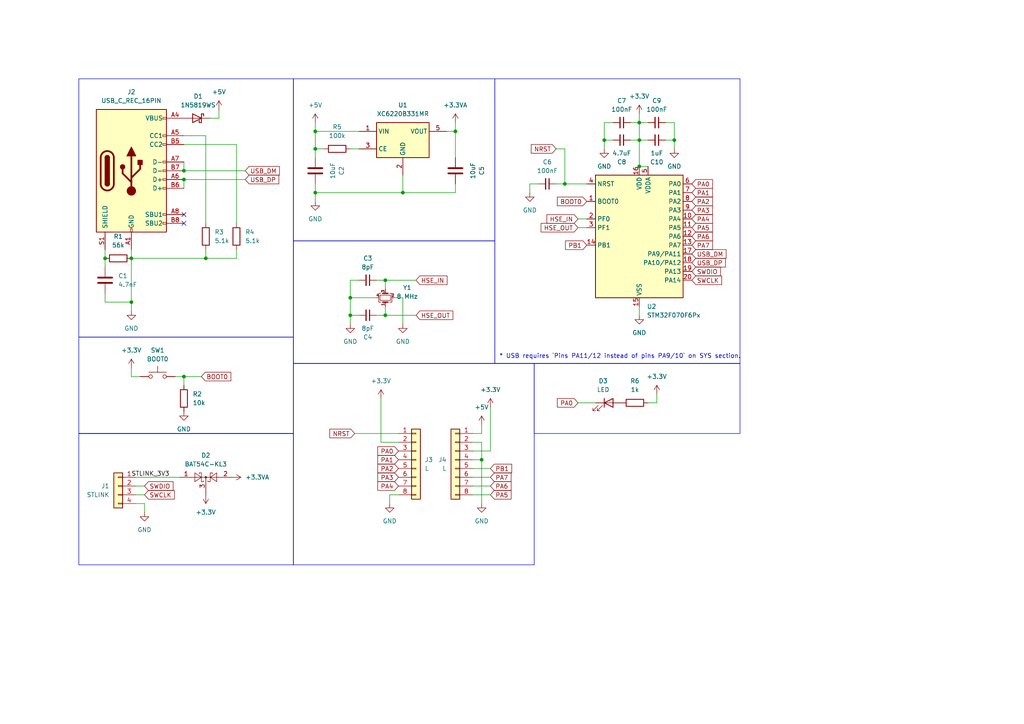
<source format=kicad_sch>
(kicad_sch (version 20230121) (generator eeschema)
  (paper "A4")
  (lib_symbols
    (symbol "Connector:USB_C_Receptacle_USB2.0" (pin_names (offset 1.016))
      (property "Reference" "J" (at -10.16 19.05 0))
      (property "Value" "USB_C_Receptacle_USB2.0" (at 19.05 19.05 0))
      (symbol "USB_C_Receptacle_USB2.0_0_0"
        (rectangle (start -0.254 -17.78) (end 0.254 -16.764))
        (rectangle (start 10.16 -14.986) (end 9.144 -15.494))
        (rectangle (start 10.16 -12.446) (end 9.144 -12.954))
        (rectangle (start 10.16 -4.826) (end 9.144 -5.334))
        (rectangle (start 10.16 -2.286) (end 9.144 -2.794))
        (rectangle (start 10.16 0.254) (end 9.144 -0.254))
        (rectangle (start 10.16 2.794) (end 9.144 2.286))
        (rectangle (start 10.16 7.874) (end 9.144 7.366))
        (rectangle (start 10.16 10.414) (end 9.144 9.906))
        (rectangle (start 10.16 15.494) (end 9.144 14.986))
      )
      (symbol "USB_C_Receptacle_USB2.0_0_1"
        (rectangle (start -10.16 17.78) (end 10.16 -17.78) (stroke (width 0.254)) (fill (type background)))
        (arc (start -8.89 -3.81) (mid -6.985 -5.7067) (end -5.08 -3.81) (stroke (width 0.508)))
        (arc (start -7.62 -3.81) (mid -6.985 -4.4423) (end -6.35 -3.81) (stroke (width 0.254)))
        (arc (start -7.62 -3.81) (mid -6.985 -4.4423) (end -6.35 -3.81) (stroke (width 0.254)) (fill (type outline)))
        (rectangle (start -7.62 -3.81) (end -6.35 3.81) (stroke (width 0.254)) (fill (type outline)))
        (arc (start -6.35 3.81) (mid -6.985 4.4423) (end -7.62 3.81) (stroke (width 0.254)))
        (arc (start -6.35 3.81) (mid -6.985 4.4423) (end -7.62 3.81) (stroke (width 0.254)) (fill (type outline)))
        (arc (start -5.08 3.81) (mid -6.985 5.7067) (end -8.89 3.81) (stroke (width 0.508)))
        (circle (center -2.54 1.143) (radius 0.635) (stroke (width 0.254)) (fill (type outline)))
        (circle (center 0 -5.842) (radius 1.27) (fill (type outline)))
        (polyline (pts (xy -8.89 -3.81) (xy -8.89 3.81)) (stroke (width 0.508)))
        (polyline (pts (xy -5.08 3.81) (xy -5.08 -3.81)) (stroke (width 0.508)))
        (polyline (pts (xy 0 -5.842) (xy 0 4.318)) (stroke (width 0.508)))
        (polyline (pts (xy 0 -3.302) (xy -2.54 -0.762) (xy -2.54 0.508)) (stroke (width 0.508)))
        (polyline (pts (xy 0 -2.032) (xy 2.54 0.508) (xy 2.54 1.778)) (stroke (width 0.508)))
        (polyline (pts (xy -1.27 4.318) (xy 0 6.858) (xy 1.27 4.318) (xy -1.27 4.318)) (stroke (width 0.254)) (fill (type outline)))
        (rectangle (start 1.905 1.778) (end 3.175 3.048) (stroke (width 0.254)) (fill (type outline)))
      )
      (symbol "USB_C_Receptacle_USB2.0_1_1"
        (pin passive line (at 0 -22.86 90) (length 5.08) (name "GND") (number "A1"))
        (pin passive line (at 0 -22.86 90) (length 5.08) hide (name "GND") (number "A12"))
        (pin passive line (at 15.24 15.24 180) (length 5.08) (name "VBUS") (number "A4"))
        (pin bidirectional line (at 15.24 10.16 180) (length 5.08) (name "CC1") (number "A5"))
        (pin bidirectional line (at 15.24 -2.54 180) (length 5.08) (name "D+") (number "A6"))
        (pin bidirectional line (at 15.24 2.54 180) (length 5.08) (name "D-") (number "A7"))
        (pin bidirectional line (at 15.24 -12.7 180) (length 5.08) (name "SBU1") (number "A8"))
        (pin passive line (at 15.24 15.24 180) (length 5.08) hide (name "VBUS") (number "A9"))
        (pin passive line (at 0 -22.86 90) (length 5.08) hide (name "GND") (number "B1"))
        (pin passive line (at 0 -22.86 90) (length 5.08) hide (name "GND") (number "B12"))
        (pin passive line (at 15.24 15.24 180) (length 5.08) hide (name "VBUS") (number "B4"))
        (pin bidirectional line (at 15.24 7.62 180) (length 5.08) (name "CC2") (number "B5"))
        (pin bidirectional line (at 15.24 -5.08 180) (length 5.08) (name "D+") (number "B6"))
        (pin bidirectional line (at 15.24 0 180) (length 5.08) (name "D-") (number "B7"))
        (pin bidirectional line (at 15.24 -15.24 180) (length 5.08) (name "SBU2") (number "B8"))
        (pin passive line (at 15.24 15.24 180) (length 5.08) hide (name "VBUS") (number "B9"))
        (pin passive line (at -7.62 -22.86 90) (length 5.08) (name "SHIELD") (number "S1"))
      )
    )
    (symbol "Connector_Generic:Conn_01x04" (pin_names (offset 1.016) hide)
      (property "Reference" "J" (at 0 5.08 0))
      (property "Value" "Conn_01x04" (at 0 -7.62 0))
      (symbol "Conn_01x04_1_1"
        (rectangle (start -1.27 -4.953) (end 0 -5.207) (stroke (width 0.1524)))
        (rectangle (start -1.27 -2.413) (end 0 -2.667) (stroke (width 0.1524)))
        (rectangle (start -1.27 0.127) (end 0 -0.127) (stroke (width 0.1524)))
        (rectangle (start -1.27 2.667) (end 0 2.413) (stroke (width 0.1524)))
        (rectangle (start -1.27 3.81) (end 1.27 -6.35) (stroke (width 0.254)) (fill (type background)))
        (pin passive line (at -5.08 2.54 0) (length 3.81) (name "Pin_1") (number "1"))
        (pin passive line (at -5.08 0 0) (length 3.81) (name "Pin_2") (number "2"))
        (pin passive line (at -5.08 -2.54 0) (length 3.81) (name "Pin_3") (number "3"))
        (pin passive line (at -5.08 -5.08 0) (length 3.81) (name "Pin_4") (number "4"))
      )
    )
    (symbol "Connector_Generic:Conn_01x08" (pin_names (offset 1.016) hide)
      (property "Reference" "J" (at 0 10.16 0))
      (property "Value" "Conn_01x08" (at 0 -12.7 0))
      (symbol "Conn_01x08_1_1"
        (rectangle (start -1.27 -10.033) (end 0 -10.287) (stroke (width 0.1524)))
        (rectangle (start -1.27 -7.493) (end 0 -7.747) (stroke (width 0.1524)))
        (rectangle (start -1.27 -4.953) (end 0 -5.207) (stroke (width 0.1524)))
        (rectangle (start -1.27 -2.413) (end 0 -2.667) (stroke (width 0.1524)))
        (rectangle (start -1.27 0.127) (end 0 -0.127) (stroke (width 0.1524)))
        (rectangle (start -1.27 2.667) (end 0 2.413) (stroke (width 0.1524)))
        (rectangle (start -1.27 5.207) (end 0 4.953) (stroke (width 0.1524)))
        (rectangle (start -1.27 7.747) (end 0 7.493) (stroke (width 0.1524)))
        (rectangle (start -1.27 8.89) (end 1.27 -11.43) (stroke (width 0.254)) (fill (type background)))
        (pin passive line (at -5.08 7.62 0) (length 3.81) (name "Pin_1") (number "1"))
        (pin passive line (at -5.08 5.08 0) (length 3.81) (name "Pin_2") (number "2"))
        (pin passive line (at -5.08 2.54 0) (length 3.81) (name "Pin_3") (number "3"))
        (pin passive line (at -5.08 0 0) (length 3.81) (name "Pin_4") (number "4"))
        (pin passive line (at -5.08 -2.54 0) (length 3.81) (name "Pin_5") (number "5"))
        (pin passive line (at -5.08 -5.08 0) (length 3.81) (name "Pin_6") (number "6"))
        (pin passive line (at -5.08 -7.62 0) (length 3.81) (name "Pin_7") (number "7"))
        (pin passive line (at -5.08 -10.16 0) (length 3.81) (name "Pin_8") (number "8"))
      )
    )
    (symbol "Device:C" (pin_numbers hide) (pin_names (offset 0.254))
      (property "Reference" "C" (at 0.635 2.54 0))
      (property "Value" "C" (at 0.635 -2.54 0))
      (symbol "C_0_1"
        (polyline (pts (xy -2.032 -0.762) (xy 2.032 -0.762)) (stroke (width 0.508)))
        (polyline (pts (xy -2.032 0.762) (xy 2.032 0.762)) (stroke (width 0.508)))
      )
      (symbol "C_1_1"
        (pin passive line (at 0 3.81 270) (length 2.794) (name "~") (number "1"))
        (pin passive line (at 0 -3.81 90) (length 2.794) (name "~") (number "2"))
      )
    )
    (symbol "Device:C_Small" (pin_numbers hide) (pin_names (offset 0.254) hide)
      (property "Reference" "C" (at 0.254 1.778 0))
      (property "Value" "C_Small" (at 0.254 -2.032 0))
      (symbol "C_Small_0_1"
        (polyline (pts (xy -1.524 -0.508) (xy 1.524 -0.508)) (stroke (width 0.3302)))
        (polyline (pts (xy -1.524 0.508) (xy 1.524 0.508)) (stroke (width 0.3048)))
      )
      (symbol "C_Small_1_1"
        (pin passive line (at 0 2.54 270) (length 2.032) (name "~") (number "1"))
        (pin passive line (at 0 -2.54 90) (length 2.032) (name "~") (number "2"))
      )
    )
    (symbol "Device:Crystal_GND24_Small" (pin_names (offset 1.016) hide)
      (property "Reference" "Y" (at 1.27 4.445 0))
      (property "Value" "Crystal_GND24_Small" (at 1.27 2.54 0))
      (symbol "Crystal_GND24_Small_0_1"
        (rectangle (start -0.762 -1.524) (end 0.762 1.524))
        (polyline (pts (xy -1.27 -0.762) (xy -1.27 0.762)) (stroke (width 0.381)))
        (polyline (pts (xy 1.27 -0.762) (xy 1.27 0.762)) (stroke (width 0.381)))
        (polyline (pts (xy -1.27 -1.27) (xy -1.27 -1.905) (xy 1.27 -1.905) (xy 1.27 -1.27)))
        (polyline (pts (xy -1.27 1.27) (xy -1.27 1.905) (xy 1.27 1.905) (xy 1.27 1.27)))
      )
      (symbol "Crystal_GND24_Small_1_1"
        (pin passive line (at -2.54 0 0) (length 1.27) (name "1") (number "1"))
        (pin passive line (at 0 -2.54 90) (length 0.635) (name "2") (number "2"))
        (pin passive line (at 2.54 0 180) (length 1.27) (name "3") (number "3"))
        (pin passive line (at 0 2.54 270) (length 0.635) (name "4") (number "4"))
      )
    )
    (symbol "Device:LED" (pin_numbers hide) (pin_names (offset 1.016) hide)
      (property "Reference" "D" (at 0 2.54 0))
      (property "Value" "LED" (at 0 -2.54 0))
      (symbol "LED_0_1"
        (polyline (pts (xy -1.27 -1.27) (xy -1.27 1.27)) (stroke (width 0.254)))
        (polyline (pts (xy -1.27 0) (xy 1.27 0)))
        (polyline (pts (xy 1.27 -1.27) (xy 1.27 1.27) (xy -1.27 0) (xy 1.27 -1.27)) (stroke (width 0.254)))
        (polyline (pts (xy -3.048 -0.762) (xy -4.572 -2.286) (xy -3.81 -2.286) (xy -4.572 -2.286) (xy -4.572 -1.524)))
        (polyline (pts (xy -1.778 -0.762) (xy -3.302 -2.286) (xy -2.54 -2.286) (xy -3.302 -2.286) (xy -3.302 -1.524)))
      )
      (symbol "LED_1_1"
        (pin passive line (at -3.81 0 0) (length 2.54) (name "K") (number "1"))
        (pin passive line (at 3.81 0 180) (length 2.54) (name "A") (number "2"))
      )
    )
    (symbol "Device:R" (pin_numbers hide) (pin_names (offset 0))
      (property "Reference" "R" (at 2.032 0 90))
      (property "Value" "R" (at 0 0 90))
      (symbol "R_0_1"
        (rectangle (start -1.016 -2.54) (end 1.016 2.54) (stroke (width 0.254)))
      )
      (symbol "R_1_1"
        (pin passive line (at 0 3.81 270) (length 1.27) (name "~") (number "1"))
        (pin passive line (at 0 -3.81 90) (length 1.27) (name "~") (number "2"))
      )
    )
    (symbol "Diode:1N5819WS" (pin_numbers hide) (pin_names (offset 1.016) hide)
      (property "Reference" "D" (at 0 2.54 0))
      (property "Value" "1N5819WS" (at 0 -2.54 0))
      (symbol "1N5819WS_0_1"
        (polyline (pts (xy 1.27 0) (xy -1.27 0)))
        (polyline (pts (xy 1.27 1.27) (xy 1.27 -1.27) (xy -1.27 0) (xy 1.27 1.27)) (stroke (width 0.254)))
        (polyline (pts (xy -1.905 0.635) (xy -1.905 1.27) (xy -1.27 1.27) (xy -1.27 -1.27) (xy -0.635 -1.27) (xy -0.635 -0.635)) (stroke (width 0.254)))
      )
      (symbol "1N5819WS_1_1"
        (pin passive line (at -3.81 0 0) (length 2.54) (name "K") (number "1"))
        (pin passive line (at 3.81 0 180) (length 2.54) (name "A") (number "2"))
      )
    )
    (symbol "Diode:BAT54C" (pin_names (offset 1.016))
      (property "Reference" "D" (at 0.635 -3.81 0))
      (property "Value" "BAT54C" (at -6.35 3.175 0))
      (symbol "BAT54C_0_1"
        (polyline (pts (xy -1.905 0) (xy 1.905 0)))
        (polyline (pts (xy -1.905 1.27) (xy -1.905 1.016)))
        (polyline (pts (xy -1.27 -1.27) (xy -0.635 -1.27)))
        (polyline (pts (xy -1.27 0) (xy -3.81 0)))
        (polyline (pts (xy -1.27 1.27) (xy -1.905 1.27)))
        (polyline (pts (xy -1.27 1.27) (xy -1.27 -1.27)))
        (polyline (pts (xy -0.635 -1.27) (xy -0.635 -1.016)))
        (polyline (pts (xy 0.635 -1.27) (xy 0.635 -1.016)))
        (polyline (pts (xy 1.27 -1.27) (xy 0.635 -1.27)))
        (polyline (pts (xy 1.27 1.27) (xy 1.27 -1.27)))
        (polyline (pts (xy 1.27 1.27) (xy 1.905 1.27)))
        (polyline (pts (xy 1.905 1.27) (xy 1.905 1.016)))
        (polyline (pts (xy 3.81 0) (xy 1.27 0)))
        (polyline (pts (xy -3.175 -1.27) (xy -3.175 1.27) (xy -1.27 0) (xy -3.175 -1.27)))
        (polyline (pts (xy 3.175 -1.27) (xy 3.175 1.27) (xy 1.27 0) (xy 3.175 -1.27)))
        (circle (center 0 0) (radius 0.254) (fill (type outline)))
      )
      (symbol "BAT54C_1_1"
        (pin passive line (at -7.62 0 0) (length 3.81) (name "~") (number "1"))
        (pin passive line (at 7.62 0 180) (length 3.81) (name "~") (number "2"))
        (pin passive line (at 0 -5.08 90) (length 5.08) (name "~") (number "3"))
      )
    )
    (symbol "MCU_ST_STM32F0:STM32F070F6Px"
      (property "Reference" "U" (at -12.7 19.05 0))
      (property "Value" "STM32F070F6Px" (at 5.08 19.05 0))
      (symbol "STM32F070F6Px_0_1"
        (rectangle (start -12.7 -17.78) (end 12.7 17.78) (stroke (width 0.254)) (fill (type background)))
      )
      (symbol "STM32F070F6Px_1_1"
        (pin input line (at -15.24 10.16 0) (length 2.54) (name "BOOT0") (number "1"))
        (pin bidirectional line (at 15.24 5.08 180) (length 2.54) (name "PA4") (number "10"))
        (pin bidirectional line (at 15.24 2.54 180) (length 2.54) (name "PA5") (number "11"))
        (pin bidirectional line (at 15.24 0 180) (length 2.54) (name "PA6") (number "12"))
        (pin bidirectional line (at 15.24 -2.54 180) (length 2.54) (name "PA7") (number "13"))
        (pin bidirectional line (at -15.24 -2.54 0) (length 2.54) (name "PB1") (number "14"))
        (pin power_in line (at 0 -20.32 90) (length 2.54) (name "VSS") (number "15"))
        (pin power_in line (at 0 20.32 270) (length 2.54) (name "VDD") (number "16"))
        (pin bidirectional line (at 15.24 -5.08 180) (length 2.54) (name "PA9/PA11") (number "17"))
        (pin bidirectional line (at 15.24 -7.62 180) (length 2.54) (name "PA10/PA12") (number "18"))
        (pin bidirectional line (at 15.24 -10.16 180) (length 2.54) (name "PA13") (number "19"))
        (pin bidirectional line (at -15.24 5.08 0) (length 2.54) (name "PF0") (number "2"))
        (pin bidirectional line (at 15.24 -12.7 180) (length 2.54) (name "PA14") (number "20"))
        (pin bidirectional line (at -15.24 2.54 0) (length 2.54) (name "PF1") (number "3"))
        (pin input line (at -15.24 15.24 0) (length 2.54) (name "NRST") (number "4"))
        (pin power_in line (at 2.54 20.32 270) (length 2.54) (name "VDDA") (number "5"))
        (pin bidirectional line (at 15.24 15.24 180) (length 2.54) (name "PA0") (number "6"))
        (pin bidirectional line (at 15.24 12.7 180) (length 2.54) (name "PA1") (number "7"))
        (pin bidirectional line (at 15.24 10.16 180) (length 2.54) (name "PA2") (number "8"))
        (pin bidirectional line (at 15.24 7.62 180) (length 2.54) (name "PA3") (number "9"))
      )
    )
    (symbol "Regulator_Linear:XC6220B331MR"
      (property "Reference" "U" (at 0 8.89 0))
      (property "Value" "XC6220B331MR" (at 0 6.35 0))
      (symbol "XC6220B331MR_0_1"
        (rectangle (start -7.62 5.08) (end 7.62 -5.08) (stroke (width 0.254)) (fill (type background)))
      )
      (symbol "XC6220B331MR_1_1"
        (pin power_in line (at -12.7 2.54 0) (length 5.08) (name "VIN") (number "1"))
        (pin power_in line (at 0 -10.16 90) (length 5.08) (name "GND") (number "2"))
        (pin input line (at -12.7 -2.54 0) (length 5.08) (name "CE") (number "3"))
        (pin no_connect line (at 7.62 -2.54 180) (length 5.08) hide (name "NC") (number "4"))
        (pin power_out line (at 12.7 2.54 180) (length 5.08) (name "VOUT") (number "5"))
      )
    )
    (symbol "Switch:SW_Push" (pin_numbers hide) (pin_names (offset 1.016) hide)
      (property "Reference" "SW" (at 1.27 2.54 0))
      (property "Value" "SW_Push" (at 0 -1.524 0))
      (symbol "SW_Push_0_1"
        (circle (center -2.032 0) (radius 0.508))
        (polyline (pts (xy 0 1.27) (xy 0 3.048)))
        (polyline (pts (xy 2.54 1.27) (xy -2.54 1.27)))
        (circle (center 2.032 0) (radius 0.508))
        (pin passive line (at -5.08 0 0) (length 2.54) (name "1") (number "1"))
        (pin passive line (at 5.08 0 180) (length 2.54) (name "2") (number "2"))
      )
    )
    (symbol "power:+3.3V" (power) (pin_names (offset 0))
      (property "Value" "+3.3V" (at 0 3.556 0))
      (symbol "+3.3V_0_1"
        (polyline (pts (xy -0.762 1.27) (xy 0 2.54)))
        (polyline (pts (xy 0 0) (xy 0 2.54)))
        (polyline (pts (xy 0 2.54) (xy 0.762 1.27)))
      )
      (symbol "+3.3V_1_1"
        (pin power_in line (at 0 0 90) (length 0) hide (name "+3.3V") (number "1"))
      )
    )
    (symbol "power:+3.3VA" (power) (pin_names (offset 0))
      (property "Value" "+3.3VA" (at 0 3.556 0))
      (symbol "+3.3VA_0_1"
        (polyline (pts (xy -0.762 1.27) (xy 0 2.54)))
        (polyline (pts (xy 0 0) (xy 0 2.54)))
        (polyline (pts (xy 0 2.54) (xy 0.762 1.27)))
      )
      (symbol "+3.3VA_1_1"
        (pin power_in line (at 0 0 90) (length 0) hide (name "+3.3VA") (number "1"))
      )
    )
    (symbol "power:+5V" (power) (pin_names (offset 0))
      (property "Value" "+5V" (at 0 3.556 0))
      (symbol "+5V_0_1"
        (polyline (pts (xy -0.762 1.27) (xy 0 2.54)))
        (polyline (pts (xy 0 0) (xy 0 2.54)))
        (polyline (pts (xy 0 2.54) (xy 0.762 1.27)))
      )
      (symbol "+5V_1_1"
        (pin power_in line (at 0 0 90) (length 0) hide (name "+5V") (number "1"))
      )
    )
    (symbol "power:GND" (power) (pin_names (offset 0))
      (property "Value" "GND" (at 0 -3.81 0))
      (symbol "GND_0_1"
        (polyline (pts (xy 0 0) (xy 0 -1.27) (xy 1.27 -1.27) (xy 0 -2.54) (xy -1.27 -1.27) (xy 0 -1.27)))
      )
      (symbol "GND_1_1"
        (pin power_in line (at 0 0 270) (length 0) hide (name "GND") (number "1"))
      )
    )
  )
  (junction (at 59.69 74.93))
  (junction (at 195.58 40.64))
  (junction (at 185.42 40.64))
  (junction (at 53.34 49.53))
  (junction (at 185.42 48.26))
  (junction (at 91.44 38.1))
  (junction (at 38.1 74.93))
  (junction (at 111.76 91.44))
  (junction (at 132.08 38.1))
  (junction (at 53.34 109.22))
  (junction (at 163.83 53.34))
  (junction (at 53.34 52.07))
  (junction (at 30.48 74.93))
  (junction (at 111.76 81.28))
  (junction (at 175.26 40.64))
  (junction (at 101.6 86.36))
  (junction (at 101.6 91.44))
  (junction (at 116.84 55.88))
  (junction (at 139.7 133.35))
  (junction (at 91.44 43.18))
  (junction (at 38.1 87.63))
  (junction (at 185.42 35.56))
  (junction (at 91.44 55.88))
  (no_connect (at 53.34 62.23))
  (no_connect (at 53.34 64.77))
  (wire (pts (xy 113.03 143.51) (xy 115.57 143.51)))
  (wire (pts (xy 167.64 63.5) (xy 170.18 63.5)))
  (wire (pts (xy 161.29 53.34) (xy 163.83 53.34)))
  (wire (pts (xy 53.34 41.91) (xy 68.58 41.91)))
  (wire (pts (xy 142.24 138.43) (xy 137.16 138.43)))
  (wire (pts (xy 41.91 146.05) (xy 41.91 148.59)))
  (wire (pts (xy 185.42 33.02) (xy 185.42 35.56)))
  (wire (pts (xy 101.6 91.44) (xy 101.6 93.98)))
  (wire (pts (xy 132.08 53.34) (xy 132.08 55.88)))
  (wire (pts (xy 68.58 72.39) (xy 68.58 74.93)))
  (wire (pts (xy 91.44 43.18) (xy 91.44 38.1)))
  (wire (pts (xy 195.58 35.56) (xy 193.04 35.56)))
  (wire (pts (xy 41.91 140.97) (xy 39.37 140.97)))
  (wire (pts (xy 101.6 43.18) (xy 104.14 43.18)))
  (wire (pts (xy 167.64 66.04) (xy 170.18 66.04)))
  (wire (pts (xy 185.42 40.64) (xy 187.96 40.64)))
  (wire (pts (xy 101.6 86.36) (xy 109.22 86.36)))
  (wire (pts (xy 39.37 138.43) (xy 52.07 138.43)))
  (wire (pts (xy 163.83 43.18) (xy 163.83 53.34)))
  (wire (pts (xy 132.08 38.1) (xy 132.08 45.72)))
  (wire (pts (xy 38.1 74.93) (xy 59.69 74.93)))
  (wire (pts (xy 60.96 34.29) (xy 63.5 34.29)))
  (wire (pts (xy 53.34 52.07) (xy 71.12 52.07)))
  (wire (pts (xy 41.91 143.51) (xy 39.37 143.51)))
  (wire (pts (xy 59.69 64.77) (xy 59.69 39.37)))
  (wire (pts (xy 101.6 86.36) (xy 101.6 91.44)))
  (wire (pts (xy 132.08 35.56) (xy 132.08 38.1)))
  (wire (pts (xy 109.22 91.44) (xy 111.76 91.44)))
  (wire (pts (xy 175.26 40.64) (xy 177.8 40.64)))
  (wire (pts (xy 53.34 46.99) (xy 53.34 49.53)))
  (wire (pts (xy 102.87 125.73) (xy 115.57 125.73)))
  (wire (pts (xy 185.42 91.44) (xy 185.42 88.9)))
  (wire (pts (xy 142.24 143.51) (xy 137.16 143.51)))
  (wire (pts (xy 91.44 55.88) (xy 91.44 53.34)))
  (wire (pts (xy 93.98 43.18) (xy 91.44 43.18)))
  (wire (pts (xy 161.29 43.18) (xy 163.83 43.18)))
  (wire (pts (xy 195.58 40.64) (xy 193.04 40.64)))
  (wire (pts (xy 139.7 128.27) (xy 139.7 133.35)))
  (wire (pts (xy 53.34 49.53) (xy 71.12 49.53)))
  (wire (pts (xy 113.03 146.05) (xy 113.03 143.51)))
  (wire (pts (xy 91.44 35.56) (xy 91.44 38.1)))
  (wire (pts (xy 111.76 91.44) (xy 120.65 91.44)))
  (wire (pts (xy 111.76 81.28) (xy 120.65 81.28)))
  (wire (pts (xy 153.67 55.88) (xy 153.67 53.34)))
  (wire (pts (xy 139.7 125.73) (xy 137.16 125.73)))
  (wire (pts (xy 190.5 116.84) (xy 187.96 116.84)))
  (wire (pts (xy 190.5 114.3) (xy 190.5 116.84)))
  (wire (pts (xy 185.42 40.64) (xy 185.42 48.26)))
  (wire (pts (xy 104.14 81.28) (xy 101.6 81.28)))
  (wire (pts (xy 111.76 88.9) (xy 111.76 91.44)))
  (wire (pts (xy 142.24 118.11) (xy 142.24 130.81)))
  (wire (pts (xy 175.26 40.64) (xy 175.26 35.56)))
  (wire (pts (xy 195.58 40.64) (xy 195.58 35.56)))
  (wire (pts (xy 195.58 43.18) (xy 195.58 40.64)))
  (wire (pts (xy 175.26 35.56) (xy 177.8 35.56)))
  (wire (pts (xy 139.7 133.35) (xy 137.16 133.35)))
  (wire (pts (xy 30.48 87.63) (xy 30.48 85.09)))
  (wire (pts (xy 91.44 58.42) (xy 91.44 55.88)))
  (wire (pts (xy 30.48 74.93) (xy 30.48 72.39)))
  (wire (pts (xy 182.88 40.64) (xy 185.42 40.64)))
  (wire (pts (xy 142.24 135.89) (xy 137.16 135.89)))
  (wire (pts (xy 110.49 128.27) (xy 115.57 128.27)))
  (wire (pts (xy 91.44 38.1) (xy 104.14 38.1)))
  (wire (pts (xy 68.58 41.91) (xy 68.58 64.77)))
  (wire (pts (xy 167.64 116.84) (xy 172.72 116.84)))
  (wire (pts (xy 163.83 53.34) (xy 170.18 53.34)))
  (wire (pts (xy 53.34 109.22) (xy 58.42 109.22)))
  (wire (pts (xy 91.44 45.72) (xy 91.44 43.18)))
  (wire (pts (xy 30.48 87.63) (xy 38.1 87.63)))
  (wire (pts (xy 116.84 86.36) (xy 116.84 93.98)))
  (wire (pts (xy 30.48 77.47) (xy 30.48 74.93)))
  (wire (pts (xy 38.1 72.39) (xy 38.1 74.93)))
  (wire (pts (xy 101.6 81.28) (xy 101.6 86.36)))
  (wire (pts (xy 38.1 74.93) (xy 38.1 87.63)))
  (wire (pts (xy 185.42 48.26) (xy 187.96 48.26)))
  (wire (pts (xy 153.67 53.34) (xy 156.21 53.34)))
  (wire (pts (xy 110.49 115.57) (xy 110.49 128.27)))
  (wire (pts (xy 63.5 34.29) (xy 63.5 31.75)))
  (wire (pts (xy 38.1 90.17) (xy 38.1 87.63)))
  (wire (pts (xy 132.08 55.88) (xy 116.84 55.88)))
  (wire (pts (xy 185.42 35.56) (xy 187.96 35.56)))
  (wire (pts (xy 68.58 74.93) (xy 59.69 74.93)))
  (wire (pts (xy 182.88 35.56) (xy 185.42 35.56)))
  (wire (pts (xy 132.08 38.1) (xy 129.54 38.1)))
  (wire (pts (xy 53.34 111.76) (xy 53.34 109.22)))
  (wire (pts (xy 59.69 39.37) (xy 53.34 39.37)))
  (wire (pts (xy 116.84 86.36) (xy 114.3 86.36)))
  (wire (pts (xy 137.16 128.27) (xy 139.7 128.27)))
  (wire (pts (xy 142.24 130.81) (xy 137.16 130.81)))
  (wire (pts (xy 142.24 140.97) (xy 137.16 140.97)))
  (wire (pts (xy 38.1 106.68) (xy 38.1 109.22)))
  (wire (pts (xy 139.7 123.19) (xy 139.7 125.73)))
  (wire (pts (xy 38.1 109.22) (xy 40.64 109.22)))
  (wire (pts (xy 101.6 91.44) (xy 104.14 91.44)))
  (wire (pts (xy 50.8 109.22) (xy 53.34 109.22)))
  (wire (pts (xy 185.42 35.56) (xy 185.42 40.64)))
  (wire (pts (xy 111.76 81.28) (xy 111.76 83.82)))
  (wire (pts (xy 175.26 43.18) (xy 175.26 40.64)))
  (wire (pts (xy 139.7 133.35) (xy 139.7 146.05)))
  (wire (pts (xy 41.91 146.05) (xy 39.37 146.05)))
  (wire (pts (xy 116.84 50.8) (xy 116.84 55.88)))
  (wire (pts (xy 116.84 55.88) (xy 91.44 55.88)))
  (wire (pts (xy 59.69 72.39) (xy 59.69 74.93)))
  (wire (pts (xy 53.34 52.07) (xy 53.34 54.61)))
  (wire (pts (xy 111.76 81.28) (xy 109.22 81.28)))
  (rectangle (start 22.86 125.73) (end 85.09 163.83))
  (rectangle (start 154.94 105.41) (end 214.63 125.73))
  (rectangle (start 85.09 105.41) (end 154.94 163.83))
  (rectangle (start 22.86 22.86) (end 85.09 97.79))
  (rectangle (start 143.51 22.86) (end 214.63 105.41))
  (rectangle (start 22.86 97.79) (end 85.09 125.73))
  (rectangle (start 85.09 69.85) (end 143.51 105.41))
  (rectangle (start 85.09 22.86) (end 143.51 69.85))
  (text "* USB requires `Pins PA11/12 instead of pins PA9/10` on SYS section." (at 144.78 104.14 0) (effects (font (size 1.27 1.27)) (justify left bottom)))
  (label "STLINK_3V3" (at 38.1 138.43 0))
  (global_label "PB1" (shape input) (at 142.24 135.89 0) (property "Intersheetrefs" "${INTERSHEET_REFS}" (effects hide)))
  (global_label "PA5" (shape input) (at 200.66 66.04 0) (property "Intersheetrefs" "${INTERSHEET_REFS}" (effects hide)))
  (global_label "HSE_IN" (shape input) (at 167.64 63.5 180) (property "Intersheetrefs" "${INTERSHEET_REFS}" (effects hide)))
  (global_label "PA3" (shape input) (at 200.66 60.96 0) (property "Intersheetrefs" "${INTERSHEET_REFS}" (effects hide)))
  (global_label "SWDIO" (shape input) (at 200.66 78.74 0) (property "Intersheetrefs" "${INTERSHEET_REFS}" (effects hide)))
  (global_label "PA2" (shape input) (at 115.57 135.89 180) (property "Intersheetrefs" "${INTERSHEET_REFS}" (effects hide)))
  (global_label "HSE_IN" (shape input) (at 120.65 81.28 0) (property "Intersheetrefs" "${INTERSHEET_REFS}" (effects hide)))
  (global_label "NRST" (shape input) (at 161.29 43.18 180) (property "Intersheetrefs" "${INTERSHEET_REFS}" (effects hide)))
  (global_label "NRST" (shape input) (at 102.87 125.73 180) (property "Intersheetrefs" "${INTERSHEET_REFS}" (effects hide)))
  (global_label "HSE_OUT" (shape input) (at 167.64 66.04 180) (property "Intersheetrefs" "${INTERSHEET_REFS}" (effects hide)))
  (global_label "BOOT0" (shape input) (at 170.18 58.42 180) (property "Intersheetrefs" "${INTERSHEET_REFS}" (effects hide)))
  (global_label "USB_DP" (shape input) (at 200.66 76.2 0) (property "Intersheetrefs" "${INTERSHEET_REFS}" (effects hide)))
  (global_label "PA4" (shape input) (at 200.66 63.5 0) (property "Intersheetrefs" "${INTERSHEET_REFS}" (effects hide)))
  (global_label "PA0" (shape input) (at 167.64 116.84 180) (property "Intersheetrefs" "${INTERSHEET_REFS}" (effects hide)))
  (global_label "BOOT0" (shape input) (at 58.42 109.22 0) (property "Intersheetrefs" "${INTERSHEET_REFS}" (effects hide)))
  (global_label "PA1" (shape input) (at 115.57 133.35 180) (property "Intersheetrefs" "${INTERSHEET_REFS}" (effects hide)))
  (global_label "USB_DM" (shape input) (at 71.12 49.53 0) (property "Intersheetrefs" "${INTERSHEET_REFS}" (effects hide)))
  (global_label "USB_DM" (shape input) (at 200.66 73.66 0) (property "Intersheetrefs" "${INTERSHEET_REFS}" (effects hide)))
  (global_label "PA2" (shape input) (at 200.66 58.42 0) (property "Intersheetrefs" "${INTERSHEET_REFS}" (effects hide)))
  (global_label "PA7" (shape input) (at 200.66 71.12 0) (property "Intersheetrefs" "${INTERSHEET_REFS}" (effects hide)))
  (global_label "PA7" (shape input) (at 142.24 138.43 0) (property "Intersheetrefs" "${INTERSHEET_REFS}" (effects hide)))
  (global_label "SWCLK" (shape input) (at 200.66 81.28 0) (property "Intersheetrefs" "${INTERSHEET_REFS}" (effects hide)))
  (global_label "PA6" (shape input) (at 142.24 140.97 0) (property "Intersheetrefs" "${INTERSHEET_REFS}" (effects hide)))
  (global_label "HSE_OUT" (shape input) (at 120.65 91.44 0) (property "Intersheetrefs" "${INTERSHEET_REFS}" (effects hide)))
  (global_label "PA0" (shape input) (at 200.66 53.34 0) (property "Intersheetrefs" "${INTERSHEET_REFS}" (effects hide)))
  (global_label "USB_DP" (shape input) (at 71.12 52.07 0) (property "Intersheetrefs" "${INTERSHEET_REFS}" (effects hide)))
  (global_label "PA5" (shape input) (at 142.24 143.51 0) (property "Intersheetrefs" "${INTERSHEET_REFS}" (effects hide)))
  (global_label "PA0" (shape input) (at 115.57 130.81 180) (property "Intersheetrefs" "${INTERSHEET_REFS}" (effects hide)))
  (global_label "PA3" (shape input) (at 115.57 138.43 180) (property "Intersheetrefs" "${INTERSHEET_REFS}" (effects hide)))
  (global_label "PA1" (shape input) (at 200.66 55.88 0) (property "Intersheetrefs" "${INTERSHEET_REFS}" (effects hide)))
  (global_label "PA4" (shape input) (at 115.57 140.97 180) (property "Intersheetrefs" "${INTERSHEET_REFS}" (effects hide)))
  (global_label "PB1" (shape input) (at 170.18 71.12 180) (property "Intersheetrefs" "${INTERSHEET_REFS}" (effects hide)))
  (global_label "PA6" (shape input) (at 200.66 68.58 0) (property "Intersheetrefs" "${INTERSHEET_REFS}" (effects hide)))
  (global_label "SWCLK" (shape input) (at 41.91 143.51 0) (property "Intersheetrefs" "${INTERSHEET_REFS}" (effects hide)))
  (global_label "SWDIO" (shape input) (at 41.91 140.97 0) (property "Intersheetrefs" "${INTERSHEET_REFS}" (effects hide)))
  (symbol (lib_id "power:+3.3V") (at 185.42 33.02 0) (unit 1)
    (property "Reference" "#PWR020" (effects hide))
    (property "Value" "+3.3V" (at 185.42 27.94 0))
  )
  (symbol (lib_id "MCU_ST_STM32F0:STM32F070F6Px") (at 185.42 68.58 0) (unit 1)
    (property "Reference" "U2" (at 187.6141 88.9 0) (effects (justify left)))
    (property "Value" "STM32F070F6Px" (at 187.6141 91.44 0) (effects (justify left)))
    (property "Footprint" "Package_SO:TSSOP-20_4.4x6.5mm_P0.65mm" (effects hide))
    (property "Datasheet" "https://www.st.com/resource/en/datasheet/stm32f070f6.pdf" (effects hide))
  )
  (symbol (lib_id "power:+3.3VA") (at 132.08 35.56 0) (unit 1)
    (property "Reference" "#PWR014" (effects hide))
    (property "Value" "+3.3VA" (at 132.08 30.48 0))
  )
  (symbol (lib_id "Device:R") (at 97.79 43.18 270) (mirror x) (unit 1)
    (property "Reference" "R5" (at 97.79 36.83 90))
    (property "Value" "100k" (at 97.79 39.37 90))
    (property "Footprint" "Resistor_SMD:R_0603_1608Metric" (effects hide))
  )
  (symbol (lib_id "Device:R") (at 184.15 116.84 270) (mirror x) (unit 1)
    (property "Reference" "R6" (at 184.15 110.49 90))
    (property "Value" "1k" (at 184.15 113.03 90))
    (property "Footprint" "Resistor_SMD:R_0603_1608Metric" (effects hide))
  )
  (symbol (lib_id "Device:C_Small") (at 180.34 35.56 270) (unit 1)
    (property "Reference" "C7" (at 180.3336 29.21 90))
    (property "Value" "100nF" (at 180.3336 31.75 90))
    (property "Footprint" "Capacitor_SMD:C_0603_1608Metric" (effects hide))
  )
  (symbol (lib_id "power:GND") (at 175.26 43.18 0) (unit 1)
    (property "Reference" "#PWR019" (effects hide))
    (property "Value" "GND" (at 175.26 48.26 0))
  )
  (symbol (lib_id "Device:Crystal_GND24_Small") (at 111.76 86.36 90) (unit 1)
    (property "Reference" "Y1" (at 118.11 83.4457 90))
    (property "Value" "8 MHz" (at 118.11 85.9857 90))
    (property "Footprint" "Crystal:Crystal_SMD_3225-4Pin_3.2x2.5mm" (effects hide))
    (property "Datasheet" "https://ko.aliexpress.com/item/1005005467715234.html" (effects hide))
  )
  (symbol (lib_id "Device:R") (at 53.34 115.57 180) (unit 1)
    (property "Reference" "R2" (at 55.88 114.3 0) (effects (justify right)))
    (property "Value" "10k" (at 55.88 116.84 0) (effects (justify right)))
    (property "Footprint" "Resistor_SMD:R_0603_1608Metric" (effects hide))
  )
  (symbol (lib_id "Connector_Generic:Conn_01x08") (at 132.08 133.35 0) (mirror y) (unit 1)
    (property "Reference" "J4" (at 129.54 133.35 0) (effects (justify left)))
    (property "Value" "L" (at 129.54 135.89 0) (effects (justify left)))
    (property "Footprint" "Connector_PinHeader_2.54mm:PinHeader_1x08_P2.54mm_Vertical" (effects hide))
  )
  (symbol (lib_id "power:GND") (at 116.84 93.98 0) (unit 1)
    (property "Reference" "#PWR013" (effects hide))
    (property "Value" "GND" (at 116.84 99.06 0))
  )
  (symbol (lib_id "Device:C_Small") (at 190.5 35.56 270) (unit 1)
    (property "Reference" "C9" (at 190.4936 29.21 90))
    (property "Value" "100nF" (at 190.4936 31.75 90))
    (property "Footprint" "Capacitor_SMD:C_0603_1608Metric" (effects hide))
  )
  (symbol (lib_id "power:+5V") (at 91.44 35.56 0) (unit 1)
    (property "Reference" "#PWR08" (effects hide))
    (property "Value" "+5V" (at 91.44 30.48 0))
  )
  (symbol (lib_id "power:GND") (at 139.7 146.05 0) (mirror y) (unit 1)
    (property "Reference" "#PWR016" (effects hide))
    (property "Value" "GND" (at 139.7 151.13 0))
  )
  (symbol (lib_id "power:GND") (at 195.58 43.18 0) (mirror y) (unit 1)
    (property "Reference" "#PWR023" (effects hide))
    (property "Value" "GND" (at 195.58 48.26 0))
  )
  (symbol (lib_id "Connector_Generic:Conn_01x08") (at 120.65 133.35 0) (unit 1)
    (property "Reference" "J3" (at 123.19 133.35 0) (effects (justify left)))
    (property "Value" "L" (at 123.19 135.89 0) (effects (justify left)))
    (property "Footprint" "Connector_PinHeader_2.54mm:PinHeader_1x08_P2.54mm_Vertical" (effects hide))
  )
  (symbol (lib_id "power:GND") (at 101.6 93.98 0) (unit 1)
    (property "Reference" "#PWR010" (effects hide))
    (property "Value" "GND" (at 101.6 99.06 0))
  )
  (symbol (lib_id "Device:C") (at 30.48 81.28 0) (unit 1)
    (property "Reference" "C1" (at 34.29 80.01 0) (effects (justify left)))
    (property "Value" "4.7nF" (at 34.29 82.55 0) (effects (justify left)))
    (property "Footprint" "Capacitor_SMD:C_0603_1608Metric" (effects hide))
  )
  (symbol (lib_id "Regulator_Linear:XC6220B331MR") (at 116.84 40.64 0) (unit 1)
    (property "Reference" "U1" (at 116.84 30.48 0))
    (property "Value" "XC6220B331MR" (at 116.84 33.02 0))
    (property "Footprint" "Package_TO_SOT_SMD:SOT-23-5" (effects hide))
    (property "Datasheet" "https://www.torexsemi.com/file/xc6220/XC6220.pdf" (effects hide))
  )
  (symbol (lib_id "power:+3.3V") (at 59.69 143.51 0) (mirror x) (unit 1)
    (property "Reference" "#PWR05" (effects hide))
    (property "Value" "+3.3V" (at 59.69 148.59 0))
  )
  (symbol (lib_id "Connector_Generic:Conn_01x04") (at 34.29 140.97 0) (mirror y) (unit 1)
    (property "Reference" "J1" (at 31.75 140.97 0) (effects (justify left)))
    (property "Value" "STLINK" (at 31.75 143.51 0) (effects (justify left)))
    (property "Footprint" "Connector_PinHeader_2.54mm:PinHeader_1x04_P2.54mm_Horizontal" (effects hide))
  )
  (symbol (lib_id "power:GND") (at 153.67 55.88 0) (unit 1)
    (property "Reference" "#PWR018" (effects hide))
    (property "Value" "GND" (at 153.67 60.96 0))
  )
  (symbol (lib_id "Device:C") (at 132.08 49.53 0) (mirror x) (unit 1)
    (property "Reference" "C5" (at 139.6929 49.53 90))
    (property "Value" "10uF" (at 137.1529 49.53 90))
    (property "Footprint" "Capacitor_SMD:C_0603_1608Metric" (effects hide))
  )
  (symbol (lib_id "power:+3.3VA") (at 67.31 138.43 270) (mirror x) (unit 1)
    (property "Reference" "#PWR07" (effects hide))
    (property "Value" "+3.3VA" (at 71.12 138.43 90) (effects (justify left)))
  )
  (symbol (lib_id "Device:C_Small") (at 190.5 40.64 270) (mirror x) (unit 1)
    (property "Reference" "C10" (at 190.4936 46.99 90))
    (property "Value" "1uF" (at 190.4936 44.45 90))
    (property "Footprint" "Capacitor_SMD:C_0603_1608Metric" (effects hide))
  )
  (symbol (lib_id "power:+5V") (at 63.5 31.75 0) (mirror y) (unit 1)
    (property "Reference" "#PWR06" (effects hide))
    (property "Value" "+5V" (at 63.5 26.67 0))
  )
  (symbol (lib_id "power:GND") (at 53.34 119.38 0) (unit 1)
    (property "Reference" "#PWR04" (effects hide))
    (property "Value" "GND" (at 53.34 124.46 0))
  )
  (symbol (lib_id "power:GND") (at 41.91 148.59 0) (mirror y) (unit 1)
    (property "Reference" "#PWR03" (effects hide))
    (property "Value" "GND" (at 41.91 153.67 0))
  )
  (symbol (lib_id "Device:C_Small") (at 180.34 40.64 270) (mirror x) (unit 1)
    (property "Reference" "C8" (at 180.3336 46.99 90))
    (property "Value" "4.7uF" (at 180.3336 44.45 90))
    (property "Footprint" "Capacitor_SMD:C_0603_1608Metric" (effects hide))
  )
  (symbol (lib_id "power:+3.3V") (at 38.1 106.68 0) (unit 1)
    (property "Reference" "#PWR02" (effects hide))
    (property "Value" "+3.3V" (at 38.1 101.6 0))
  )
  (symbol (lib_id "power:+5V") (at 139.7 123.19 0) (mirror y) (unit 1)
    (property "Reference" "#PWR015" (effects hide))
    (property "Value" "+5V" (at 139.7 118.11 0))
  )
  (symbol (lib_id "Device:LED") (at 176.53 116.84 0) (unit 1)
    (property "Reference" "D3" (at 174.9425 110.49 0))
    (property "Value" "LED" (at 174.9425 113.03 0))
    (property "Footprint" "LED_SMD:LED_0603_1608Metric" (effects hide))
  )
  (symbol (lib_id "power:+3.3V") (at 110.49 115.57 0) (unit 1)
    (property "Reference" "#PWR011" (effects hide))
    (property "Value" "+3.3V" (at 110.49 110.49 0))
  )
  (symbol (lib_id "power:GND") (at 113.03 146.05 0) (unit 1)
    (property "Reference" "#PWR012" (effects hide))
    (property "Value" "GND" (at 113.03 151.13 0))
  )
  (symbol (lib_id "Device:C_Small") (at 106.68 91.44 270) (mirror x) (unit 1)
    (property "Reference" "C4" (at 106.6736 97.79 90))
    (property "Value" "8pF" (at 106.6736 95.25 90))
    (property "Footprint" "Capacitor_SMD:C_0603_1608Metric" (effects hide))
  )
  (symbol (lib_id "power:GND") (at 91.44 58.42 0) (mirror y) (unit 1)
    (property "Reference" "#PWR09" (effects hide))
    (property "Value" "GND" (at 91.44 63.5 0))
  )
  (symbol (lib_id "power:GND") (at 38.1 90.17 0) (unit 1)
    (property "Reference" "#PWR01" (effects hide))
    (property "Value" "GND" (at 38.1 95.25 0))
  )
  (symbol (lib_id "power:+3.3V") (at 142.24 118.11 0) (unit 1)
    (property "Reference" "#PWR017" (effects hide))
    (property "Value" "+3.3V" (at 142.24 113.03 0))
  )
  (symbol (lib_id "Diode:1N5819WS") (at 57.15 34.29 0) (mirror y) (unit 1)
    (property "Reference" "D1" (at 57.4675 27.94 0))
    (property "Value" "1N5819WS" (at 57.4675 30.48 0))
    (property "Footprint" "Diode_SMD:D_SOD-323_HandSoldering" (effects hide))
    (property "Datasheet" "https://datasheet.lcsc.com/lcsc/2204281430_Guangdong-Hottech-1N5819WS_C191023.pdf" (effects hide))
  )
  (symbol (lib_id "Device:R") (at 59.69 68.58 0) (unit 1)
    (property "Reference" "R3" (at 62.23 67.31 0) (effects (justify left)))
    (property "Value" "5.1k" (at 62.23 69.85 0) (effects (justify left)))
    (property "Footprint" "Resistor_SMD:R_0603_1608Metric" (effects hide))
  )
  (symbol (lib_id "power:+3.3V") (at 190.5 114.3 0) (unit 1)
    (property "Reference" "#PWR022" (effects hide))
    (property "Value" "+3.3V" (at 190.5 109.22 0))
  )
  (symbol (lib_id "Diode:BAT54C") (at 59.69 138.43 0) (unit 1)
    (property "Reference" "D2" (at 59.69 132.08 0))
    (property "Value" "BAT54C-KL3" (at 59.69 134.62 0))
    (property "Footprint" "Package_TO_SOT_SMD:SOT-23" (effects hide))
    (property "Datasheet" "http://www.diodes.com/_files/datasheets/ds11005.pdf" (effects hide))
  )
  (symbol (lib_id "Device:C_Small") (at 106.68 81.28 270) (unit 1)
    (property "Reference" "C3" (at 106.6736 74.93 90))
    (property "Value" "8pF" (at 106.6736 77.47 90))
    (property "Footprint" "Capacitor_SMD:C_0603_1608Metric" (effects hide))
  )
  (symbol (lib_id "Connector:USB_C_Receptacle_USB2.0") (at 38.1 49.53 0) (unit 1)
    (property "Reference" "J2" (at 38.1 26.67 0))
    (property "Value" "USB_C_REC_16PIN" (at 38.1 29.21 0))
    (property "Footprint" "Connector_USB:USB_C_Receptacle_Palconn_UTC16-G" (effects hide))
    (property "Datasheet" "https://www.usb.org/sites/default/files/documents/usb_type-c.zip" (effects hide))
  )
  (symbol (lib_id "Device:R") (at 34.29 74.93 90) (unit 1)
    (property "Reference" "R1" (at 34.29 68.58 90))
    (property "Value" "56k" (at 34.29 71.12 90))
    (property "Footprint" "Resistor_SMD:R_0603_1608Metric" (effects hide))
  )
  (symbol (lib_id "Switch:SW_Push") (at 45.72 109.22 0) (unit 1)
    (property "Reference" "SW1" (at 45.72 101.6 0))
    (property "Value" "BOOT0" (at 45.72 104.14 0))
    (property "Footprint" "Button_Switch_SMD:SW_Push_SPST_NO_Alps_SKRK" (effects hide))
  )
  (symbol (lib_id "Device:C") (at 91.44 49.53 0) (mirror x) (unit 1)
    (property "Reference" "C2" (at 99.0529 49.53 90))
    (property "Value" "10uF" (at 96.5129 49.53 90))
    (property "Footprint" "Capacitor_SMD:C_0603_1608Metric" (effects hide))
  )
  (symbol (lib_id "Device:C_Small") (at 158.75 53.34 270) (unit 1)
    (property "Reference" "C6" (at 158.7436 46.99 90))
    (property "Value" "100nF" (at 158.7436 49.53 90))
    (property "Footprint" "Capacitor_SMD:C_0603_1608Metric" (effects hide))
  )
  (symbol (lib_id "Device:R") (at 68.58 68.58 0) (unit 1)
    (property "Reference" "R4" (at 71.12 67.31 0) (effects (justify left)))
    (property "Value" "5.1k" (at 71.12 69.85 0) (effects (justify left)))
    (property "Footprint" "Resistor_SMD:R_0603_1608Metric" (effects hide))
  )
  (symbol (lib_id "power:GND") (at 185.42 91.44 0) (mirror y) (unit 1)
    (property "Reference" "#PWR021" (effects hide))
    (property "Value" "GND" (at 185.42 96.52 0))
  )
)
</source>
